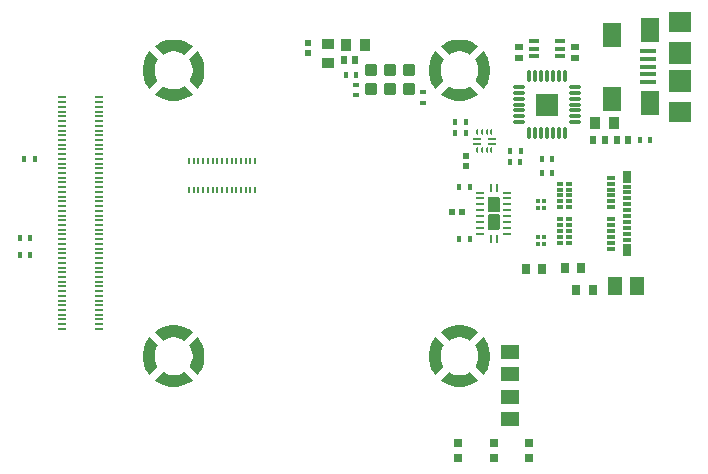
<source format=gbp>
G04*
G04 #@! TF.GenerationSoftware,Altium Limited,Altium Designer,20.0.13 (296)*
G04*
G04 Layer_Color=128*
%FSLAX44Y44*%
%MOMM*%
G71*
G01*
G75*
%ADD24R,0.6200X0.6200*%
%ADD25R,0.6500X0.5500*%
%ADD26R,0.5500X0.6500*%
%ADD27R,0.7000X0.9000*%
%ADD32R,0.9000X1.0000*%
%ADD33R,0.4500X0.5500*%
%ADD36R,0.5200X0.5200*%
%ADD39R,0.5500X0.3000*%
%ADD40R,0.5500X0.4000*%
%ADD41R,1.3000X1.5000*%
%ADD42R,1.5000X1.3000*%
%ADD43R,0.5200X0.5200*%
%ADD47R,0.5500X0.4500*%
%ADD51R,1.0000X0.9000*%
%ADD130R,0.8000X0.8000*%
%ADD142R,0.2200X0.5000*%
G04:AMPARAMS|DCode=144|XSize=0.2mm|YSize=0.7mm|CornerRadius=0.05mm|HoleSize=0mm|Usage=FLASHONLY|Rotation=270.000|XOffset=0mm|YOffset=0mm|HoleType=Round|Shape=RoundedRectangle|*
%AMROUNDEDRECTD144*
21,1,0.2000,0.6000,0,0,270.0*
21,1,0.1000,0.7000,0,0,270.0*
1,1,0.1000,-0.3000,-0.0500*
1,1,0.1000,-0.3000,0.0500*
1,1,0.1000,0.3000,0.0500*
1,1,0.1000,0.3000,-0.0500*
%
%ADD144ROUNDEDRECTD144*%
G04:AMPARAMS|DCode=145|XSize=0.2mm|YSize=0.5mm|CornerRadius=0.05mm|HoleSize=0mm|Usage=FLASHONLY|Rotation=180.000|XOffset=0mm|YOffset=0mm|HoleType=Round|Shape=RoundedRectangle|*
%AMROUNDEDRECTD145*
21,1,0.2000,0.4000,0,0,180.0*
21,1,0.1000,0.5000,0,0,180.0*
1,1,0.1000,-0.0500,0.2000*
1,1,0.1000,0.0500,0.2000*
1,1,0.1000,0.0500,-0.2000*
1,1,0.1000,-0.0500,-0.2000*
%
%ADD145ROUNDEDRECTD145*%
%ADD146R,0.3600X0.3200*%
G04:AMPARAMS|DCode=147|XSize=0.25mm|YSize=0.6mm|CornerRadius=0.025mm|HoleSize=0mm|Usage=FLASHONLY|Rotation=270.000|XOffset=0mm|YOffset=0mm|HoleType=Round|Shape=RoundedRectangle|*
%AMROUNDEDRECTD147*
21,1,0.2500,0.5500,0,0,270.0*
21,1,0.2000,0.6000,0,0,270.0*
1,1,0.0500,-0.2750,-0.1000*
1,1,0.0500,-0.2750,0.1000*
1,1,0.0500,0.2750,0.1000*
1,1,0.0500,0.2750,-0.1000*
%
%ADD147ROUNDEDRECTD147*%
G04:AMPARAMS|DCode=149|XSize=0.25mm|YSize=0.6mm|CornerRadius=0.025mm|HoleSize=0mm|Usage=FLASHONLY|Rotation=0.000|XOffset=0mm|YOffset=0mm|HoleType=Round|Shape=RoundedRectangle|*
%AMROUNDEDRECTD149*
21,1,0.2500,0.5500,0,0,0.0*
21,1,0.2000,0.6000,0,0,0.0*
1,1,0.0500,0.1000,-0.2750*
1,1,0.0500,-0.1000,-0.2750*
1,1,0.0500,-0.1000,0.2750*
1,1,0.0500,0.1000,0.2750*
%
%ADD149ROUNDEDRECTD149*%
%ADD150R,0.7000X0.3000*%
%ADD151R,0.7000X1.0000*%
%ADD152R,1.6000X2.1000*%
%ADD153R,1.3500X0.4000*%
%ADD154R,1.9000X1.8000*%
%ADD155R,1.9000X1.9000*%
%ADD157O,1.1500X0.3000*%
%ADD158O,0.3000X1.1500*%
G04:AMPARAMS|DCode=159|XSize=0.4mm|YSize=0.9mm|CornerRadius=0.1mm|HoleSize=0mm|Usage=FLASHONLY|Rotation=90.000|XOffset=0mm|YOffset=0mm|HoleType=Round|Shape=RoundedRectangle|*
%AMROUNDEDRECTD159*
21,1,0.4000,0.7000,0,0,90.0*
21,1,0.2000,0.9000,0,0,90.0*
1,1,0.2000,0.3500,0.1000*
1,1,0.2000,0.3500,-0.1000*
1,1,0.2000,-0.3500,-0.1000*
1,1,0.2000,-0.3500,0.1000*
%
%ADD159ROUNDEDRECTD159*%
%ADD160R,1.5000X2.0000*%
%ADD161R,0.7000X0.1800*%
%ADD186R,1.8800X1.8800*%
G36*
X405422Y371287D02*
X409507Y369880D01*
X413305Y367818D01*
X415007Y366488D01*
X415007D01*
X408177Y359106D01*
X407151Y359768D01*
X404961Y360848D01*
X402633Y361582D01*
X400220Y361953D01*
X397779D01*
X395367Y361582D01*
X393039Y360848D01*
X390849Y359768D01*
X389823Y359106D01*
X382993Y366488D01*
X384695Y367818D01*
X388493Y369880D01*
X392578Y371287D01*
X396839Y372000D01*
X401160D01*
X405422Y371287D01*
D02*
G37*
G36*
X163422D02*
X167507Y369880D01*
X171305Y367818D01*
X173007Y366488D01*
X173007D01*
X166177Y359106D01*
X165151Y359768D01*
X162961Y360848D01*
X160633Y361582D01*
X158221Y361953D01*
X155779D01*
X153367Y361582D01*
X151039Y360848D01*
X148849Y359768D01*
X147823Y359106D01*
X140993Y366488D01*
X142695Y367818D01*
X146493Y369880D01*
X150578Y371287D01*
X154839Y372000D01*
X159160D01*
X163422Y371287D01*
D02*
G37*
G36*
X415007Y325512D02*
X413305Y324182D01*
X409507Y322120D01*
X405422Y320713D01*
X401160Y320000D01*
X396839D01*
X392578Y320713D01*
X388493Y322120D01*
X384695Y324182D01*
X382993Y325512D01*
Y325512D01*
X389823Y332894D01*
X390849Y332232D01*
X393039Y331152D01*
X395367Y330418D01*
X397779Y330047D01*
X400220D01*
X402633Y330418D01*
X404961Y331152D01*
X407151Y332232D01*
X408177Y332894D01*
X408177Y332894D01*
X415007Y325512D01*
D02*
G37*
G36*
X173007D02*
X171305Y324182D01*
X167507Y322120D01*
X163422Y320713D01*
X159160Y320000D01*
X154839D01*
X150578Y320713D01*
X146493Y322120D01*
X142695Y324182D01*
X140993Y325512D01*
Y325512D01*
X147823Y332894D01*
X148849Y332232D01*
X151039Y331152D01*
X153367Y330418D01*
X155779Y330047D01*
X158221D01*
X160633Y330418D01*
X162961Y331152D01*
X165151Y332232D01*
X166177Y332894D01*
X166177Y332894D01*
X173007Y325512D01*
D02*
G37*
G36*
X420818Y360305D02*
X422880Y356507D01*
X424287Y352422D01*
X425000Y348161D01*
Y343840D01*
X424287Y339578D01*
X422880Y335493D01*
X420818Y331695D01*
X419488Y329993D01*
X412106Y336823D01*
X412768Y337849D01*
X413848Y340039D01*
X414582Y342367D01*
X414953Y344780D01*
Y347221D01*
X414582Y349633D01*
X413848Y351961D01*
X412768Y354151D01*
X412106Y355177D01*
Y355177D01*
X419488Y362007D01*
X420818Y360305D01*
D02*
G37*
G36*
X385894Y355177D02*
X385232Y354151D01*
X384152Y351961D01*
X383418Y349633D01*
X383047Y347221D01*
Y344780D01*
X383418Y342367D01*
X384152Y340039D01*
X385232Y337849D01*
X385894Y336823D01*
X385894D01*
X378512Y329993D01*
X377182Y331695D01*
X375120Y335493D01*
X373713Y339578D01*
X373000Y343840D01*
Y348161D01*
X373713Y352422D01*
X375120Y356507D01*
X377182Y360305D01*
X378512Y362007D01*
X378512Y362007D01*
X385894Y355177D01*
D02*
G37*
G36*
X178818Y360305D02*
X180880Y356507D01*
X182287Y352422D01*
X183000Y348161D01*
Y343840D01*
X182287Y339578D01*
X180880Y335493D01*
X178818Y331695D01*
X177488Y329993D01*
X170106Y336823D01*
X170768Y337849D01*
X171848Y340039D01*
X172582Y342367D01*
X172953Y344780D01*
Y347221D01*
X172582Y349633D01*
X171848Y351961D01*
X170768Y354151D01*
X170106Y355177D01*
Y355177D01*
X177488Y362007D01*
X178818Y360305D01*
D02*
G37*
G36*
X143893Y355177D02*
X143232Y354151D01*
X142152Y351961D01*
X141418Y349633D01*
X141047Y347221D01*
Y344780D01*
X141418Y342367D01*
X142152Y340039D01*
X143232Y337849D01*
X143893Y336823D01*
X143894D01*
X136512Y329993D01*
X135182Y331695D01*
X133120Y335493D01*
X131713Y339578D01*
X131000Y343840D01*
Y348161D01*
X131713Y352422D01*
X133120Y356507D01*
X135182Y360305D01*
X136512Y362007D01*
X136512Y362007D01*
X143893Y355177D01*
D02*
G37*
G36*
X432566Y238848D02*
X432848Y238566D01*
X433000Y238199D01*
Y238000D01*
Y227000D01*
Y226801D01*
X432848Y226434D01*
X432566Y226152D01*
X432199Y226000D01*
X423801D01*
X423433Y226152D01*
X423152Y226434D01*
X423000Y226801D01*
Y227000D01*
Y238000D01*
Y238199D01*
X423152Y238566D01*
X423433Y238848D01*
X423801Y239000D01*
X432199D01*
X432566Y238848D01*
D02*
G37*
G36*
Y223848D02*
X432848Y223566D01*
X433000Y223199D01*
Y223000D01*
Y212000D01*
Y211801D01*
X432848Y211434D01*
X432566Y211152D01*
X432199Y211000D01*
X423801D01*
X423433Y211152D01*
X423152Y211434D01*
X423000Y211801D01*
Y212000D01*
Y223000D01*
Y223199D01*
X423152Y223566D01*
X423433Y223848D01*
X423801Y224000D01*
X432199D01*
X432566Y223848D01*
D02*
G37*
G36*
X405422Y129287D02*
X409507Y127880D01*
X413305Y125818D01*
X415007Y124488D01*
X415007D01*
X408177Y117106D01*
X407151Y117768D01*
X404961Y118848D01*
X402633Y119582D01*
X400220Y119953D01*
X397779D01*
X395367Y119582D01*
X393039Y118848D01*
X390849Y117768D01*
X389823Y117106D01*
X389823Y117107D01*
X382993Y124488D01*
X384695Y125818D01*
X388493Y127880D01*
X392578Y129287D01*
X396839Y130000D01*
X401160D01*
X405422Y129287D01*
D02*
G37*
G36*
X163422D02*
X167507Y127880D01*
X171305Y125818D01*
X173007Y124488D01*
X173007D01*
X166177Y117106D01*
X165151Y117768D01*
X162961Y118848D01*
X160633Y119582D01*
X158221Y119953D01*
X155779D01*
X153367Y119582D01*
X151039Y118848D01*
X148849Y117768D01*
X147823Y117106D01*
X147823Y117107D01*
X140993Y124488D01*
X142695Y125818D01*
X146493Y127880D01*
X150578Y129287D01*
X154839Y130000D01*
X159160D01*
X163422Y129287D01*
D02*
G37*
G36*
X385894Y94823D02*
D01*
X385894Y94823D01*
X385894Y94823D01*
D02*
G37*
G36*
X143893Y113177D02*
X143232Y112151D01*
X142152Y109961D01*
X141418Y107633D01*
X141047Y105220D01*
Y102780D01*
X141418Y100367D01*
X142152Y98039D01*
X143232Y95849D01*
X143893Y94823D01*
X143894Y94823D01*
X143893Y94823D01*
D01*
X136512Y87993D01*
X135182Y89695D01*
X133120Y93492D01*
X131713Y97578D01*
X131000Y101840D01*
Y106160D01*
X131713Y110422D01*
X133120Y114508D01*
X135182Y118305D01*
X136512Y120007D01*
X136512Y120007D01*
X143893Y113177D01*
D02*
G37*
G36*
X415007Y83512D02*
X413305Y82182D01*
X409507Y80120D01*
X405422Y78713D01*
X401160Y78000D01*
X396839D01*
X392578Y78713D01*
X388493Y80120D01*
X384695Y82182D01*
X382993Y83512D01*
Y83512D01*
X389823Y90894D01*
X390849Y90232D01*
X393039Y89152D01*
X395367Y88418D01*
X397779Y88047D01*
X400220D01*
X402633Y88418D01*
X404961Y89152D01*
X407151Y90232D01*
X408177Y90894D01*
X408177Y90894D01*
X415007Y83512D01*
D02*
G37*
G36*
X173007D02*
X171305Y82182D01*
X167507Y80120D01*
X163422Y78713D01*
X159160Y78000D01*
X154839D01*
X150578Y78713D01*
X146493Y80120D01*
X142695Y82182D01*
X140993Y83512D01*
Y83512D01*
X147823Y90894D01*
X148849Y90232D01*
X151039Y89152D01*
X153367Y88418D01*
X155779Y88047D01*
X158221D01*
X160633Y88418D01*
X162961Y89152D01*
X165151Y90232D01*
X166177Y90894D01*
X166177Y90894D01*
X173007Y83512D01*
D02*
G37*
G36*
X420818Y118305D02*
X422880Y114508D01*
X424287Y110422D01*
X425000Y106160D01*
Y101840D01*
X424287Y97578D01*
X422880Y93492D01*
X420818Y89695D01*
X419488Y87993D01*
X412106Y94823D01*
X412768Y95849D01*
X413848Y98039D01*
X414582Y100367D01*
X414953Y102780D01*
Y105220D01*
X414582Y107633D01*
X413848Y109961D01*
X412768Y112151D01*
X412106Y113177D01*
X412106Y113177D01*
X419488Y120007D01*
X420818Y118305D01*
D02*
G37*
G36*
X385894Y113177D02*
X385232Y112151D01*
X384152Y109961D01*
X383418Y107633D01*
X383047Y105220D01*
Y102780D01*
X383418Y100367D01*
X384152Y98039D01*
X385232Y95849D01*
X385894Y94823D01*
X378512Y87993D01*
X377182Y89695D01*
X375120Y93492D01*
X373713Y97578D01*
X373000Y101840D01*
Y106160D01*
X373713Y110422D01*
X375120Y114508D01*
X377182Y118305D01*
X378512Y120007D01*
X378512Y120007D01*
X385894Y113177D01*
D02*
G37*
G36*
X178818Y118305D02*
X180880Y114508D01*
X182287Y110422D01*
X183000Y106160D01*
Y101840D01*
X182287Y97578D01*
X180880Y93492D01*
X178818Y89695D01*
X177488Y87993D01*
X170106Y94823D01*
X170768Y95849D01*
X171848Y98039D01*
X172582Y100367D01*
X172953Y102780D01*
Y105220D01*
X172582Y107633D01*
X171848Y109961D01*
X170768Y112151D01*
X170106Y113177D01*
X170106Y113177D01*
X177488Y120007D01*
X178818Y118305D01*
D02*
G37*
D24*
X271000Y360500D02*
D03*
Y369500D02*
D03*
D25*
X497000Y356000D02*
D03*
Y366000D02*
D03*
X449000D02*
D03*
Y356000D02*
D03*
D26*
X310909Y354640D02*
D03*
X300909D02*
D03*
X542000Y287000D02*
D03*
X532000D02*
D03*
X512000Y287000D02*
D03*
X522000D02*
D03*
D27*
X498000Y160000D02*
D03*
X512000D02*
D03*
X455000Y178000D02*
D03*
X469000D02*
D03*
X502000Y179000D02*
D03*
X488000D02*
D03*
D32*
X303150Y367030D02*
D03*
X319150D02*
D03*
X514000Y301000D02*
D03*
X530000D02*
D03*
X356375Y345917D02*
D03*
X340375D02*
D03*
X323875D02*
D03*
X339875D02*
D03*
X340375Y329917D02*
D03*
X356375D02*
D03*
X339875D02*
D03*
X323875D02*
D03*
D33*
X404500Y293000D02*
D03*
X395500D02*
D03*
X468500Y259000D02*
D03*
X477500D02*
D03*
X441471Y268480D02*
D03*
X450472D02*
D03*
X441770Y278000D02*
D03*
X450770D02*
D03*
X404500Y302000D02*
D03*
X395500D02*
D03*
X468500Y271000D02*
D03*
X477500D02*
D03*
X26500Y204000D02*
D03*
X35500D02*
D03*
X311500Y342000D02*
D03*
X302500D02*
D03*
X39500Y271000D02*
D03*
X30500D02*
D03*
X407500Y203000D02*
D03*
X398500D02*
D03*
X407500Y247000D02*
D03*
X398500D02*
D03*
X560500Y287000D02*
D03*
X551500D02*
D03*
X26500Y190000D02*
D03*
X35500D02*
D03*
D36*
X393000Y226000D02*
D03*
X401000D02*
D03*
D39*
X491900Y250000D02*
D03*
Y245000D02*
D03*
Y235000D02*
D03*
Y230000D02*
D03*
X484100D02*
D03*
Y235000D02*
D03*
Y245000D02*
D03*
Y250000D02*
D03*
X491900Y220000D02*
D03*
Y215000D02*
D03*
Y205000D02*
D03*
Y200000D02*
D03*
X484100D02*
D03*
Y205000D02*
D03*
Y215000D02*
D03*
Y220000D02*
D03*
D40*
X491900Y240000D02*
D03*
X484100D02*
D03*
X491900Y210000D02*
D03*
X484100D02*
D03*
D41*
X549500Y163000D02*
D03*
X530500D02*
D03*
D42*
X442000Y107500D02*
D03*
Y88500D02*
D03*
X442000Y50500D02*
D03*
Y69500D02*
D03*
D43*
X404235Y265334D02*
D03*
Y273334D02*
D03*
D47*
X368000Y327500D02*
D03*
Y318500D02*
D03*
X311375Y333917D02*
D03*
Y324917D02*
D03*
D51*
X287827Y352214D02*
D03*
Y368214D02*
D03*
X356375Y345917D02*
D03*
Y329917D02*
D03*
X340375Y345917D02*
D03*
Y329917D02*
D03*
X323875Y345917D02*
D03*
Y329917D02*
D03*
D130*
X428000Y17750D02*
D03*
Y30250D02*
D03*
X398000Y17750D02*
D03*
Y30250D02*
D03*
X458000Y17750D02*
D03*
Y30250D02*
D03*
D142*
X226000Y245000D02*
D03*
X222000D02*
D03*
X218000D02*
D03*
X214000D02*
D03*
X202000D02*
D03*
X198000D02*
D03*
X194000D02*
D03*
X190000D02*
D03*
X186000D02*
D03*
X182000D02*
D03*
X178000D02*
D03*
X174000D02*
D03*
X170000D02*
D03*
Y269000D02*
D03*
X174000D02*
D03*
X178000D02*
D03*
X182000D02*
D03*
X186000D02*
D03*
X190000D02*
D03*
X194000D02*
D03*
X198000D02*
D03*
X202000D02*
D03*
X206000D02*
D03*
X210000D02*
D03*
X214000D02*
D03*
X218000D02*
D03*
X222000D02*
D03*
X226000D02*
D03*
X210000Y245000D02*
D03*
X206000D02*
D03*
D144*
X413501Y284000D02*
D03*
Y288000D02*
D03*
X426501D02*
D03*
Y284000D02*
D03*
D145*
X414001Y293499D02*
D03*
X418001D02*
D03*
X422001D02*
D03*
X426001D02*
D03*
Y278499D02*
D03*
X422001D02*
D03*
X418001D02*
D03*
X414001D02*
D03*
D146*
X465200Y205000D02*
D03*
X470800D02*
D03*
X465200Y235000D02*
D03*
X470800D02*
D03*
X465200Y229000D02*
D03*
X470800D02*
D03*
X465200Y199000D02*
D03*
X470800D02*
D03*
D147*
X439500Y242500D02*
D03*
Y237500D02*
D03*
Y222500D02*
D03*
Y217500D02*
D03*
Y227500D02*
D03*
X416500Y212500D02*
D03*
Y217500D02*
D03*
Y237500D02*
D03*
Y232500D02*
D03*
Y207500D02*
D03*
Y222500D02*
D03*
Y227500D02*
D03*
Y242500D02*
D03*
X439500Y232500D02*
D03*
Y207500D02*
D03*
Y212500D02*
D03*
D149*
X425500Y246500D02*
D03*
X430500D02*
D03*
Y203500D02*
D03*
X425500D02*
D03*
D150*
X540409Y202562D02*
D03*
Y207563D02*
D03*
X527409Y255063D02*
D03*
Y250062D02*
D03*
Y245063D02*
D03*
Y240062D02*
D03*
Y235062D02*
D03*
Y230063D02*
D03*
Y220063D02*
D03*
Y215062D02*
D03*
Y210063D02*
D03*
Y205062D02*
D03*
Y200063D02*
D03*
Y195062D02*
D03*
X540409Y212562D02*
D03*
Y217563D02*
D03*
Y222562D02*
D03*
Y227563D02*
D03*
Y232562D02*
D03*
Y237563D02*
D03*
Y242562D02*
D03*
Y247563D02*
D03*
D151*
Y194062D02*
D03*
Y256062D02*
D03*
D152*
X560250Y318000D02*
D03*
Y380000D02*
D03*
D153*
X559000Y336000D02*
D03*
Y342500D02*
D03*
Y362000D02*
D03*
Y355500D02*
D03*
Y349000D02*
D03*
D154*
X585750Y387000D02*
D03*
Y311000D02*
D03*
D155*
Y361000D02*
D03*
Y337000D02*
D03*
D157*
X497000Y332000D02*
D03*
Y327000D02*
D03*
Y322000D02*
D03*
Y317000D02*
D03*
Y312000D02*
D03*
Y307000D02*
D03*
Y302000D02*
D03*
X449000D02*
D03*
Y307000D02*
D03*
Y312000D02*
D03*
Y317000D02*
D03*
Y322000D02*
D03*
Y327000D02*
D03*
Y332000D02*
D03*
D158*
X488000Y293000D02*
D03*
X483000D02*
D03*
X478000D02*
D03*
X473000D02*
D03*
X468000D02*
D03*
X463000D02*
D03*
X458000D02*
D03*
Y341000D02*
D03*
X463000D02*
D03*
X468000D02*
D03*
X473000D02*
D03*
X478000D02*
D03*
X483000D02*
D03*
X488000D02*
D03*
D159*
X484000Y370750D02*
D03*
Y364250D02*
D03*
Y357750D02*
D03*
X462000D02*
D03*
Y364250D02*
D03*
Y370750D02*
D03*
D160*
X528000Y376000D02*
D03*
Y322000D02*
D03*
D161*
X93400Y127000D02*
D03*
Y139000D02*
D03*
Y147000D02*
D03*
Y151000D02*
D03*
Y155000D02*
D03*
Y159000D02*
D03*
Y163000D02*
D03*
Y167000D02*
D03*
Y171000D02*
D03*
Y175000D02*
D03*
Y179000D02*
D03*
Y183000D02*
D03*
Y187000D02*
D03*
Y191000D02*
D03*
Y195000D02*
D03*
Y199000D02*
D03*
Y203000D02*
D03*
Y207000D02*
D03*
Y211000D02*
D03*
Y215000D02*
D03*
Y219000D02*
D03*
Y223000D02*
D03*
Y227000D02*
D03*
Y231000D02*
D03*
Y235000D02*
D03*
Y239000D02*
D03*
Y243000D02*
D03*
Y247000D02*
D03*
Y251000D02*
D03*
Y255000D02*
D03*
Y259000D02*
D03*
Y263000D02*
D03*
Y267000D02*
D03*
Y271000D02*
D03*
Y275000D02*
D03*
Y287000D02*
D03*
Y299000D02*
D03*
Y303000D02*
D03*
Y307000D02*
D03*
Y311000D02*
D03*
Y315000D02*
D03*
Y319000D02*
D03*
Y323000D02*
D03*
X62600Y127000D02*
D03*
Y139000D02*
D03*
Y147000D02*
D03*
Y151000D02*
D03*
Y155000D02*
D03*
Y159000D02*
D03*
Y163000D02*
D03*
Y167000D02*
D03*
Y171000D02*
D03*
Y175000D02*
D03*
Y179000D02*
D03*
Y183000D02*
D03*
Y187000D02*
D03*
Y191000D02*
D03*
Y195000D02*
D03*
Y199000D02*
D03*
Y203000D02*
D03*
Y207000D02*
D03*
Y211000D02*
D03*
Y215000D02*
D03*
Y219000D02*
D03*
Y223000D02*
D03*
Y227000D02*
D03*
Y231000D02*
D03*
Y235000D02*
D03*
Y239000D02*
D03*
Y243000D02*
D03*
Y247000D02*
D03*
Y251000D02*
D03*
Y255000D02*
D03*
Y259000D02*
D03*
Y263000D02*
D03*
Y275000D02*
D03*
Y279000D02*
D03*
Y283000D02*
D03*
Y287000D02*
D03*
Y299000D02*
D03*
Y303000D02*
D03*
Y307000D02*
D03*
Y311000D02*
D03*
Y323000D02*
D03*
X93400Y279000D02*
D03*
Y283000D02*
D03*
X62600Y131000D02*
D03*
Y135000D02*
D03*
X93400Y131000D02*
D03*
Y135000D02*
D03*
Y143000D02*
D03*
Y291000D02*
D03*
Y295000D02*
D03*
X62600Y291000D02*
D03*
Y295000D02*
D03*
Y315000D02*
D03*
Y319000D02*
D03*
Y143000D02*
D03*
Y267000D02*
D03*
Y271000D02*
D03*
D186*
X473000Y317000D02*
D03*
M02*

</source>
